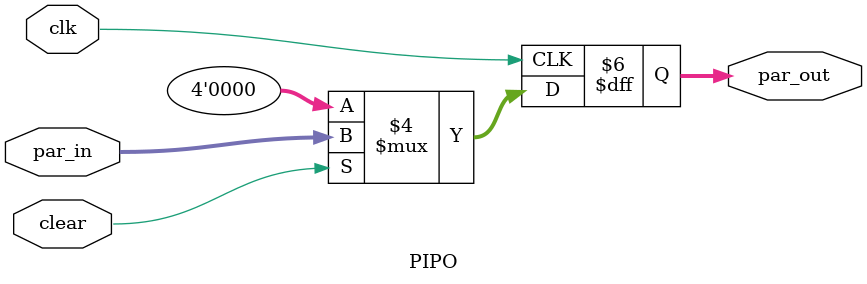
<source format=v>
`timescale 1ns / 1ps




module PIPO(
input [3:0] par_in,
input clk,
input clear,
output reg [3:0] par_out
);

always @(posedge clk) begin
    if(~clear)
        par_out<=0;
    else 
        par_out<=par_in;
end 
endmodule
</source>
